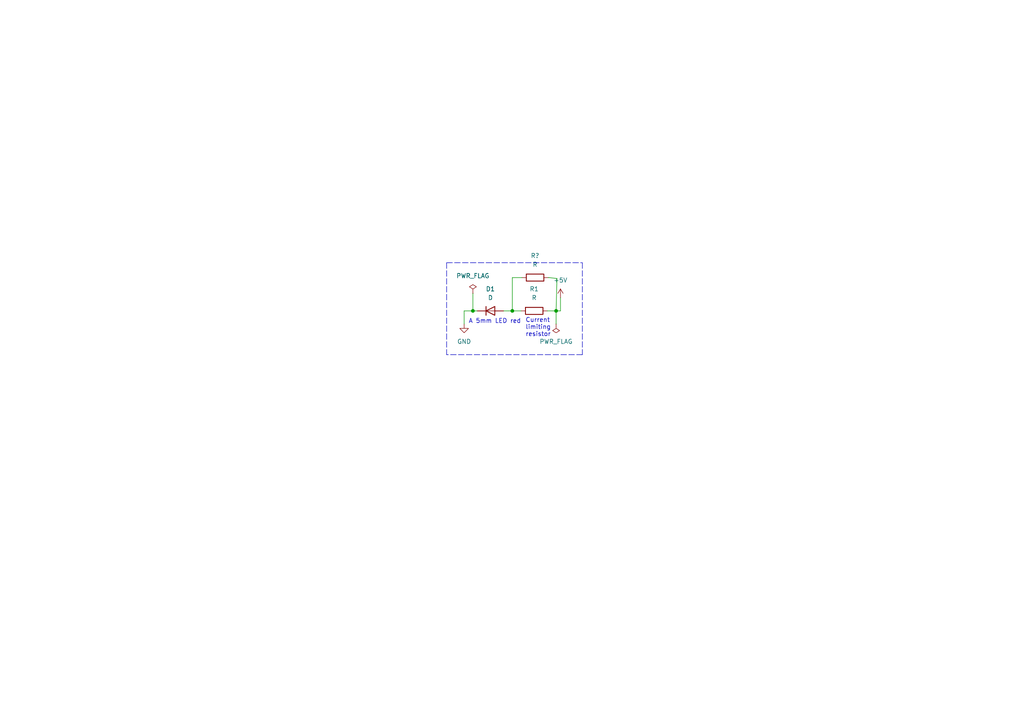
<source format=kicad_sch>
(kicad_sch (version 20211123) (generator eeschema)
  (paper "A4")
  (title_block (title "Ejemplo_1") (date "2022-04-06") (rev "1") (comment 1 "Tony Zorrilla Tolentino"))
  (lib_symbols
    (symbol "Device:D" (pin_numbers hide) (pin_names (offset 1.016) hide)
      (property "Reference" "D" (at 0 2.54 0))
      (property "Value" "D" (at 0 -2.54 0))
      (symbol "D_0_1"
        (polyline (pts (xy -1.27 1.27) (xy -1.27 -1.27)) (stroke (width 0.254)))
        (polyline (pts (xy 1.27 0) (xy -1.27 0)))
        (polyline (pts (xy 1.27 1.27) (xy 1.27 -1.27) (xy -1.27 0) (xy 1.27 1.27)) (stroke (width 0.254)))
      )
      (symbol "D_1_1"
        (pin passive line (at -3.81 0 0) (length 2.54) (name "K") (number "1"))
        (pin passive line (at 3.81 0 180) (length 2.54) (name "A") (number "2"))
      )
    )
    (symbol "Device:R" (pin_numbers hide) (pin_names (offset 0))
      (property "Reference" "R" (at 2.032 0 90))
      (property "Value" "R" (at 0 0 90))
      (symbol "R_0_1"
        (rectangle (start -1.016 -2.54) (end 1.016 2.54) (stroke (width 0.254)))
      )
      (symbol "R_1_1"
        (pin passive line (at 0 3.81 270) (length 1.27) (name "~") (number "1"))
        (pin passive line (at 0 -3.81 90) (length 1.27) (name "~") (number "2"))
      )
    )
    (symbol "power:+5V" (power) (pin_names (offset 0))
      (property "Value" "+5V" (at 0 3.556 0))
      (symbol "+5V_0_1"
        (polyline (pts (xy -0.762 1.27) (xy 0 2.54)))
        (polyline (pts (xy 0 0) (xy 0 2.54)))
        (polyline (pts (xy 0 2.54) (xy 0.762 1.27)))
      )
      (symbol "+5V_1_1"
        (pin power_in line (at 0 0 90) (length 0) hide (name "+5V") (number "1"))
      )
    )
    (symbol "power:GND" (power) (pin_names (offset 0))
      (property "Value" "GND" (at 0 -3.81 0))
      (symbol "GND_0_1"
        (polyline (pts (xy 0 0) (xy 0 -1.27) (xy 1.27 -1.27) (xy 0 -2.54) (xy -1.27 -1.27) (xy 0 -1.27)))
      )
      (symbol "GND_1_1"
        (pin power_in line (at 0 0 270) (length 0) hide (name "GND") (number "1"))
      )
    )
    (symbol "power:PWR_FLAG" (power) (pin_numbers hide) (pin_names (offset 0) hide)
      (property "Value" "PWR_FLAG" (at 0 3.81 0))
      (symbol "PWR_FLAG_0_0"
        (pin power_out line (at 0 0 90) (length 0) (name "pwr") (number "1"))
      )
      (symbol "PWR_FLAG_0_1"
        (polyline (pts (xy 0 0) (xy 0 1.27) (xy -1.016 1.905) (xy 0 2.54) (xy 1.016 1.905) (xy 0 1.27)))
      )
    )
  )
  (junction (at 161.29 90.17))
  (junction (at 148.59 90.17))
  (junction (at 137.16 90.17))
  (wire (pts (xy 148.59 80.518) (xy 148.59 90.17)))
  (wire (pts (xy 138.43 90.17) (xy 137.16 90.17)))
  (wire (pts (xy 159.258 80.518) (xy 161.544 80.772)))
  (wire (pts (xy 148.59 90.17) (xy 151.13 90.17)))
  (polyline (pts (xy 168.91 76.2) (xy 168.91 102.87)))
  (wire (pts (xy 162.56 90.17) (xy 161.29 90.17)))
  (wire (pts (xy 161.544 80.772) (xy 161.29 90.17)))
  (polyline (pts (xy 129.54 76.2) (xy 129.54 102.87)))
  (wire (pts (xy 137.16 90.17) (xy 134.62 90.17)))
  (wire (pts (xy 137.16 85.09) (xy 137.16 90.17)))
  (wire (pts (xy 161.29 90.17) (xy 158.75 90.17)))
  (wire (pts (xy 151.384 80.518) (xy 148.59 80.518)))
  (polyline (pts (xy 129.54 76.2) (xy 168.91 76.2)))
  (polyline (pts (xy 168.91 102.87) (xy 129.54 102.87)))
  (wire (pts (xy 146.05 90.17) (xy 148.59 90.17)))
  (wire (pts (xy 161.29 90.17) (xy 161.29 93.98)))
  (wire (pts (xy 162.56 86.36) (xy 162.56 90.17)))
  (wire (pts (xy 159.258 80.518) (xy 159.004 80.518)))
  (wire (pts (xy 134.62 90.17) (xy 134.62 93.98)))
  (text "A 5mm LED red" (at 135.89 93.98 0) (effects (font (size 1.27 1.27)) (justify left bottom)))
  (text "Current\nlimiting \nresistor" (at 152.4 97.79 0) (effects (font (size 1.27 1.27)) (justify left bottom)))
  (symbol (lib_id "Device:R") (at 155.194 80.518 90) (unit 1)
    (property "Reference" "R?" (at 155.194 74.168 90))
    (property "Value" "R" (at 155.194 76.708 90))
    (property "Footprint" "Resistor_THT:R_Axial_DIN0204_L3.6mm_D1.6mm_P7.62mm_Horizontal" (effects hide))
  )
  (symbol (lib_id "power:PWR_FLAG") (at 137.16 85.09 0) (unit 1)
    (property "Reference" "#FLG0102" (effects hide))
    (property "Value" "PWR_FLAG" (at 137.16 80.01 0))
  )
  (symbol (lib_id "power:GND") (at 134.62 93.98 0) (unit 1)
    (property "Reference" "#PWR01" (effects hide))
    (property "Value" "GND" (at 134.62 99.06 0))
  )
  (symbol (lib_id "power:+5V") (at 162.56 86.36 0) (unit 1)
    (property "Reference" "#PWR02" (effects hide))
    (property "Value" "+5V" (at 162.56 81.28 0))
  )
  (symbol (lib_id "Device:D") (at 142.24 90.17 0) (unit 1)
    (property "Reference" "D1" (at 142.24 83.82 0))
    (property "Value" "D" (at 142.24 86.36 0))
    (property "Footprint" "LED_THT:LED_D8.0mm" (effects hide))
  )
  (symbol (lib_id "Device:R") (at 154.94 90.17 90) (unit 1)
    (property "Reference" "R1" (at 154.94 83.82 90))
    (property "Value" "R" (at 154.94 86.36 90))
    (property "Footprint" "Resistor_THT:R_Axial_DIN0204_L3.6mm_D1.6mm_P7.62mm_Horizontal" (effects hide))
  )
  (symbol (lib_id "power:PWR_FLAG") (at 161.29 93.98 180) (unit 1)
    (property "Reference" "#FLG0101" (effects hide))
    (property "Value" "PWR_FLAG" (at 161.29 99.06 0))
  )
)
</source>
